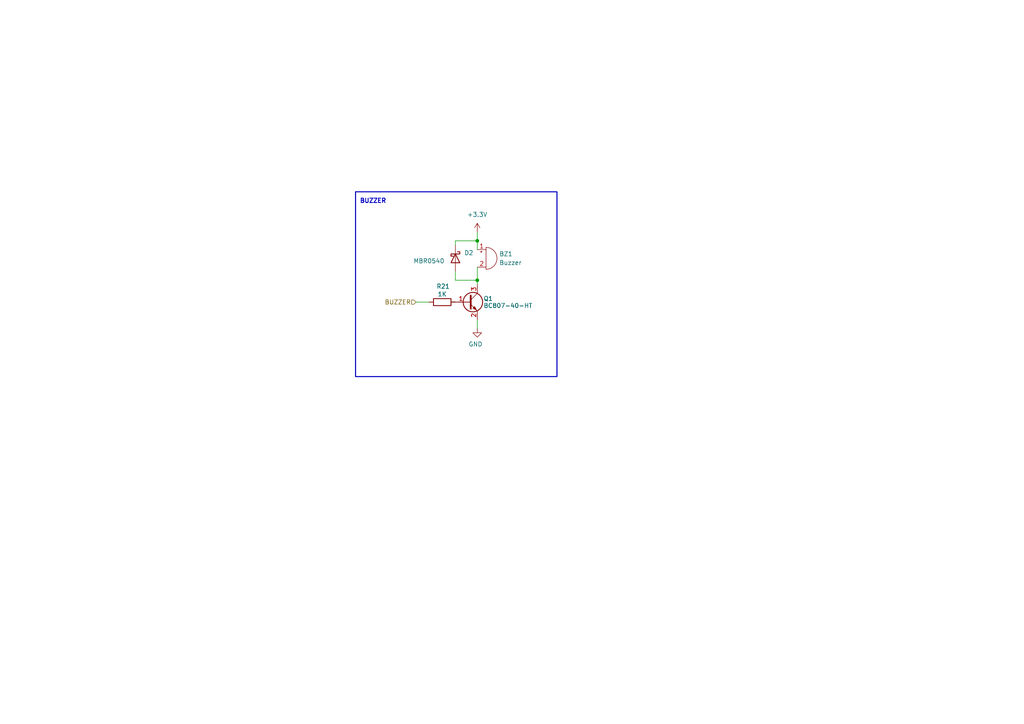
<source format=kicad_sch>
(kicad_sch (version 20250114) (generator "eeschema") (generator_version "9.0")
  (paper "A4")
  (title_block (title "Mini Power Logger") (date "2025-11-06") (rev "V0.1") (company "Mergened") (comment 1 "oesen@mergened.com") (comment 2 "Designed by: Oğuzhan EŞEN"))
  (lib_symbols
    (symbol "Device:Buzzer" (pin_names (offset 0.0254) (hide yes))
      (property "Reference" "BZ" (at 3.81 1.27 0))
      (property "Value" "Buzzer" (at 3.81 -1.27 0))
      (symbol "Buzzer_0_1"
        (polyline (pts (xy -1.651 1.905) (xy -1.143 1.905)))
        (polyline (pts (xy -1.397 2.159) (xy -1.397 1.651)))
        (arc (start 0 3.175) (mid 3.1612 0) (end 0 -3.175))
        (polyline (pts (xy 0 3.175) (xy 0 -3.175)))
      )
      (symbol "Buzzer_1_1"
        (pin passive line (at -2.54 2.54 0) (length 2.54) (name "+") (number "1"))
        (pin passive line (at -2.54 -2.54 0) (length 2.54) (name "-") (number "2"))
      )
    )
    (symbol "Device:R" (pin_numbers (hide yes)) (pin_names (offset 0))
      (property "Reference" "R" (at 2.032 0 90))
      (property "Value" "R" (at 0 0 90))
      (symbol "R_0_1"
        (rectangle (start -1.016 -2.54) (end 1.016 2.54) (stroke (width 0.254)))
      )
      (symbol "R_1_1"
        (pin passive line (at 0 3.81 270) (length 1.27) (name "~") (number "1"))
        (pin passive line (at 0 -3.81 90) (length 1.27) (name "~") (number "2"))
      )
    )
    (symbol "Diode:MBR0540" (pin_numbers (hide yes)) (pin_names (offset 1.016) (hide yes))
      (property "Reference" "D" (at 0 2.54 0))
      (property "Value" "MBR0540" (at 0 -2.54 0))
      (symbol "MBR0540_0_1"
        (polyline (pts (xy -1.905 0.635) (xy -1.905 1.27) (xy -1.27 1.27) (xy -1.27 -1.27) (xy -0.635 -1.27) (xy -0.635 -0.635)) (stroke (width 0.254)))
        (polyline (pts (xy 1.27 1.27) (xy 1.27 -1.27) (xy -1.27 0) (xy 1.27 1.27)) (stroke (width 0.254)))
        (polyline (pts (xy 1.27 0) (xy -1.27 0)))
      )
      (symbol "MBR0540_1_1"
        (pin passive line (at -3.81 0 0) (length 2.54) (name "K") (number "1"))
        (pin passive line (at 3.81 0 180) (length 2.54) (name "A") (number "2"))
      )
    )
    (symbol "Transistor_BJT:BC817" (pin_names (offset 0) (hide yes))
      (property "Reference" "Q" (at 5.08 1.905 0))
      (property "Value" "BC817" (at 5.08 0 0))
      (symbol "BC817_0_1"
        (polyline (pts (xy 0.635 1.905) (xy 0.635 -1.905) (xy 0.635 -1.905)) (stroke (width 0.508)))
        (polyline (pts (xy 0.635 0.635) (xy 2.54 2.54)))
        (polyline (pts (xy 0.635 -0.635) (xy 2.54 -2.54) (xy 2.54 -2.54)))
        (circle (center 1.27 0) (radius 2.8194) (stroke (width 0.254)))
        (polyline (pts (xy 1.27 -1.778) (xy 1.778 -1.27) (xy 2.286 -2.286) (xy 1.27 -1.778) (xy 1.27 -1.778)) (fill (type outline)))
      )
      (symbol "BC817_1_1"
        (pin input line (at -5.08 0 0) (length 5.715) (name "B") (number "1"))
        (pin passive line (at 2.54 5.08 270) (length 2.54) (name "C") (number "3"))
        (pin passive line (at 2.54 -5.08 90) (length 2.54) (name "E") (number "2"))
      )
    )
    (symbol "power:+3.3V" (power) (pin_numbers (hide yes)) (pin_names (offset 0) (hide yes))
      (property "Value" "+3.3V" (at 0 3.556 0))
      (symbol "+3.3V_0_1"
        (polyline (pts (xy -0.762 1.27) (xy 0 2.54)))
        (polyline (pts (xy 0 2.54) (xy 0.762 1.27)))
        (polyline (pts (xy 0 0) (xy 0 2.54)))
      )
      (symbol "+3.3V_1_1"
        (pin power_in line (at 0 0 90) (length 0) (name "~") (number "1"))
      )
    )
    (symbol "power:GND" (power) (pin_numbers (hide yes)) (pin_names (offset 0) (hide yes))
      (property "Value" "GND" (at 0 -3.81 0))
      (symbol "GND_0_1"
        (polyline (pts (xy 0 0) (xy 0 -1.27) (xy 1.27 -1.27) (xy 0 -2.54) (xy -1.27 -1.27) (xy 0 -1.27)))
      )
      (symbol "GND_1_1"
        (pin power_in line (at 0 0 270) (length 0) (name "~") (number "1"))
      )
    )
  )
  (rectangle (start 103.124 55.626) (end 161.544 109.22) (stroke (width 0.3)))
  (text "BUZZER" (at 108.204 58.42 0) (effects (font (size 1.27 1.27) (thickness 0.254) (bold yes))))
  (junction (at 138.43 69.85))
  (junction (at 138.43 81.28))
  (wire (pts (xy 132.08 71.12) (xy 132.08 69.85)))
  (wire (pts (xy 138.43 67.31) (xy 138.43 69.85)))
  (wire (pts (xy 138.43 69.85) (xy 138.43 72.39)))
  (wire (pts (xy 132.08 78.74) (xy 132.08 81.28)))
  (wire (pts (xy 138.43 77.47) (xy 138.43 81.28)))
  (wire (pts (xy 132.08 69.85) (xy 138.43 69.85)))
  (wire (pts (xy 120.65 87.63) (xy 124.46 87.63)))
  (wire (pts (xy 138.43 81.28) (xy 138.43 82.55)))
  (wire (pts (xy 132.08 87.63) (xy 130.81 87.63)))
  (wire (pts (xy 138.43 92.71) (xy 138.43 95.25)))
  (wire (pts (xy 132.08 81.28) (xy 138.43 81.28)))
  (hierarchical_label "BUZZER" (shape input) (at 120.65 87.63 180))
  (symbol (lib_id "power:+3.3V") (at 138.43 67.31 0) (unit 1)
    (property "Reference" "#PWR057" (effects (hide yes)))
    (property "Value" "+3.3V" (at 138.43 62.23 0))
    (property "Description" "Power symbol creates a global label with name \"+3.3V\"" (effects (hide yes)))
  )
  (symbol (lib_id "Diode:MBR0540") (at 132.08 74.93 270) (unit 1)
    (property "Reference" "D2" (at 134.62 73.3424 90) (effects (justify left)))
    (property "Value" "MBR0540" (at 119.888 75.692 90) (effects (justify left)))
    (property "Footprint" "Diode_SMD:D_SOD-123" (effects (hide yes)))
    (property "Datasheet" "http://www.mccsemi.com/up_pdf/MBR0520~MBR0580(SOD123).pdf" (effects (hide yes)))
    (property "Description" "40V 0.5A Schottky Power Rectifier Diode, SOD-123" (effects (hide yes)))
    (property "özdisan" "MBR0540-TP" (effects (hide yes)))
  )
  (symbol (lib_id "Device:R") (at 128.27 87.63 90) (unit 1)
    (property "Reference" "R21" (at 128.524 83.058 90))
    (property "Value" "1K" (at 128.27 85.344 90))
    (property "Footprint" "Resistor_SMD:R_0603_1608Metric_Pad0.98x0.95mm_HandSolder" (effects (hide yes)))
    (property "Description" "Resistor" (effects (hide yes)))
    (property "DigiKey" "CRT03F7E1001" (effects (hide yes)))
    (property "OZDISAN" "CRT03F7E1001" (effects (hide yes)))
    (property "özdisan" "CRT03F7E1001" (effects (hide yes)))
  )
  (symbol (lib_id "power:GND") (at 138.43 95.25 0) (unit 1)
    (property "Reference" "#PWR058" (effects (hide yes)))
    (property "Value" "GND" (at 137.922 99.822 0))
    (property "Description" "Power symbol creates a global label with name \"GND\" , ground" (effects (hide yes)))
  )
  (symbol (lib_id "Transistor_BJT:BC817") (at 135.89 87.63 0) (unit 1)
    (property "Reference" "Q1" (at 140.208 86.614 0) (effects (justify left)))
    (property "Value" "BC807-40-HT" (at 140.208 88.646 0) (effects (justify left)))
    (property "Footprint" "Package_TO_SOT_SMD:SOT-23" (effects (hide yes)))
    (property "Datasheet" "https://www.ozdisan.com/api/pdf/product/assets/BC817_BC817W_BC337.pdf" (effects (hide yes)))
    (property "Description" "TRANSISTOR DIS.500mA 45V NPN SOT23 GEN. SMT" (effects (hide yes)))
    (property "OZDISAN" "BC807-40-HT  " (effects (hide yes)))
    (property "özdisan" "BC807-40-HT  " (effects (hide yes)))
  )
  (symbol (lib_id "Device:Buzzer") (at 140.97 74.93 0) (unit 1)
    (property "Reference" "BZ1" (at 144.78 73.6599 0) (effects (justify left)))
    (property "Value" "Buzzer" (at 144.78 76.1999 0) (effects (justify left)))
    (property "Footprint" "Buzzer_Beeper:Buzzer_TDK_PS1240P02BT_D12.2mm_H6.5mm" (effects (hide yes)))
    (property "Description" "Buzzer, polarized" (effects (hide yes)))
    (property "özdisan" "YX-YT9503" (effects (hide yes)))
  )
)
</source>
